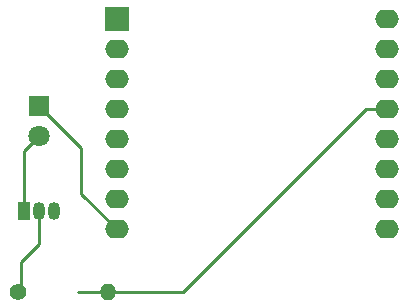
<source format=gbr>
%TF.GenerationSoftware,KiCad,Pcbnew,(6.0.6-0)*%
%TF.CreationDate,2022-07-12T10:46:49-05:00*%
%TF.ProjectId,E1.31-IR-Blaster,45312e33-312d-4495-922d-426c61737465,rev?*%
%TF.SameCoordinates,Original*%
%TF.FileFunction,Copper,L1,Top*%
%TF.FilePolarity,Positive*%
%FSLAX46Y46*%
G04 Gerber Fmt 4.6, Leading zero omitted, Abs format (unit mm)*
G04 Created by KiCad (PCBNEW (6.0.6-0)) date 2022-07-12 10:46:49*
%MOMM*%
%LPD*%
G01*
G04 APERTURE LIST*
%TA.AperFunction,ComponentPad*%
%ADD10R,1.800000X1.800000*%
%TD*%
%TA.AperFunction,ComponentPad*%
%ADD11C,1.800000*%
%TD*%
%TA.AperFunction,ComponentPad*%
%ADD12R,1.050000X1.500000*%
%TD*%
%TA.AperFunction,ComponentPad*%
%ADD13O,1.050000X1.500000*%
%TD*%
%TA.AperFunction,ComponentPad*%
%ADD14R,2.000000X2.000000*%
%TD*%
%TA.AperFunction,ComponentPad*%
%ADD15O,2.000000X1.600000*%
%TD*%
%TA.AperFunction,ComponentPad*%
%ADD16C,1.400000*%
%TD*%
%TA.AperFunction,ComponentPad*%
%ADD17O,1.400000X1.400000*%
%TD*%
%TA.AperFunction,Conductor*%
%ADD18C,0.250000*%
%TD*%
G04 APERTURE END LIST*
D10*
%TO.P,D1,1,K*%
%TO.N,Net-(D1-Pad1)*%
X16764000Y-28951000D03*
D11*
%TO.P,D1,2,A*%
%TO.N,Net-(D1-Pad2)*%
X16764000Y-31491000D03*
%TD*%
D12*
%TO.P,Q1,1,C*%
%TO.N,Net-(D1-Pad2)*%
X15494000Y-37846000D03*
D13*
%TO.P,Q1,2,B*%
%TO.N,Net-(Q1-Pad2)*%
X16764000Y-37846000D03*
%TO.P,Q1,3,E*%
%TO.N,Net-(Q1-Pad3)*%
X18034000Y-37846000D03*
%TD*%
D14*
%TO.P,U1,1,~{RST}*%
%TO.N,unconnected-(U1-Pad1)*%
X23345000Y-21590000D03*
D15*
%TO.P,U1,2,A0*%
%TO.N,unconnected-(U1-Pad2)*%
X23345000Y-24130000D03*
%TO.P,U1,3,D0*%
%TO.N,unconnected-(U1-Pad3)*%
X23345000Y-26670000D03*
%TO.P,U1,4,SCK/D5*%
%TO.N,unconnected-(U1-Pad4)*%
X23345000Y-29210000D03*
%TO.P,U1,5,MISO/D6*%
%TO.N,unconnected-(U1-Pad5)*%
X23345000Y-31750000D03*
%TO.P,U1,6,MOSI/D7*%
%TO.N,unconnected-(U1-Pad6)*%
X23345000Y-34290000D03*
%TO.P,U1,7,CS/D8*%
%TO.N,unconnected-(U1-Pad7)*%
X23345000Y-36830000D03*
%TO.P,U1,8,3V3*%
%TO.N,Net-(D1-Pad1)*%
X23345000Y-39370000D03*
%TO.P,U1,9,5V*%
%TO.N,unconnected-(U1-Pad9)*%
X46205000Y-39370000D03*
%TO.P,U1,10,GND*%
%TO.N,Net-(Q1-Pad3)*%
X46205000Y-36830000D03*
%TO.P,U1,11,D4*%
%TO.N,unconnected-(U1-Pad11)*%
X46205000Y-34290000D03*
%TO.P,U1,12,D3*%
%TO.N,unconnected-(U1-Pad12)*%
X46205000Y-31750000D03*
%TO.P,U1,13,SDA/D2*%
%TO.N,Net-(R1-Pad2)*%
X46205000Y-29210000D03*
%TO.P,U1,14,SCL/D1*%
%TO.N,unconnected-(U1-Pad14)*%
X46205000Y-26670000D03*
%TO.P,U1,15,RX*%
%TO.N,unconnected-(U1-Pad15)*%
X46205000Y-24130000D03*
%TO.P,U1,16,TX*%
%TO.N,unconnected-(U1-Pad16)*%
X46205000Y-21590000D03*
%TD*%
D16*
%TO.P,R1,1*%
%TO.N,Net-(Q1-Pad2)*%
X14986000Y-44704000D03*
D17*
%TO.P,R1,2*%
%TO.N,Net-(R1-Pad2)*%
X22606000Y-44704000D03*
%TD*%
D18*
%TO.N,Net-(R1-Pad2)*%
X20066000Y-44704000D02*
X28956000Y-44704000D01*
X28956000Y-44704000D02*
X44450000Y-29210000D01*
X44450000Y-29210000D02*
X46205000Y-29210000D01*
%TO.N,Net-(D1-Pad2)*%
X15494000Y-37846000D02*
X15494000Y-32761000D01*
X15494000Y-32761000D02*
X16764000Y-31491000D01*
%TO.N,Net-(D1-Pad1)*%
X20320000Y-36345000D02*
X20320000Y-32507000D01*
X20320000Y-32507000D02*
X16764000Y-28951000D01*
X23345000Y-39370000D02*
X20320000Y-36345000D01*
%TO.N,Net-(Q1-Pad2)*%
X15240000Y-42164000D02*
X16764000Y-40640000D01*
X16764000Y-40640000D02*
X16764000Y-37846000D01*
X14986000Y-44704000D02*
X15240000Y-44450000D01*
X15240000Y-44450000D02*
X15240000Y-42164000D01*
%TD*%
M02*

</source>
